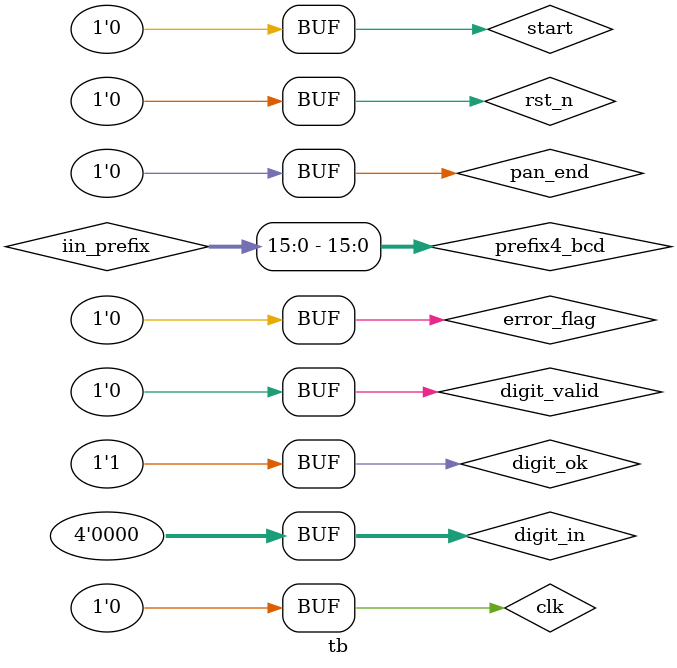
<source format=v>
`timescale 1ns/1ps
`default_nettype none

module tb;

  reg clk = 0;
  reg rst_n = 0;

  reg start = 0;
  reg pan_end = 0;
  reg digit_valid = 0;
  reg [3:0] digit_in = 0;

  wire [4:0]  len_final;
  wire        length_ok;
  wire        digit_ok;
  wire        error_flag;

  wire [31:0] iin_prefix;
  wire        card_done;
  wire [75:0] pan_bcd;
  wire        pan_ready;

  reg  [95:0] nonce_in;
  reg         nonce_valid;

  wire [63:0] token64;
  wire [15:0] token_tag16;
  wire        token_valid;
  wire        token_busy;

  // pan_stream (16-digit capture)
  pan_stream dut (
    .clk(clk),
    .rst_n(rst_n),
    .start(start),
    .pan_end(pan_end),
    .digit_valid(digit_valid),
    .digit_in(digit_in),
    .pan_bcd(pan_bcd),
    .pan_ready(pan_ready),
    .card_done(card_done),
    .len_final(len_final),
    .iin_prefix(iin_prefix)
  );

  // compatibility signals expected by test.py
  assign length_ok  = (len_final == 5'd16);
  assign digit_ok   = 1'b1;
  assign error_flag = 1'b0;

 wire luhn_valid;

luhn_validator luhn_u (
  .pan_ready(pan_ready),
  .pan_bcd(pan_bcd),
  .valid(luhn_valid)
);

  // Metadata (prefix4 from first 4 digits)
  wire [15:0] prefix4_bcd = iin_prefix[15:0];

  wire [2:0] brand_id;
  wire [4:0] issuer_id;
  wire [1:0] type_id;
  wire meta_hit, meta_valid;

  iin_prefix4_classifier meta_u (
    .clk(clk),
    .rst_n(rst_n),
    .start(start),
    .card_done(card_done),
    .luhn_valid(luhn_valid),
    .prefix4_bcd(prefix4_bcd),
    .brand_id(brand_id),
    .issuer_id(issuer_id),
    .type_id(type_id),
    .meta_hit(meta_hit),
    .meta_valid(meta_valid)
  );

  // Tokenizer (ChaCha20 + XOR)
  pan_encryptor tok_u (
    .clk(clk),
    .rst_n(rst_n),
    .start(start),
    .card_done(card_done),
    .pan_ready(pan_ready),
    .luhn_valid(luhn_valid),
    .len_final(len_final),
    .pan_bcd(pan_bcd),
    .nonce_in(nonce_in),
    .nonce_valid(nonce_valid),
    .token64(token64),
    .token_tag16(token_tag16),
    .token_valid(token_valid),
    .token_busy(token_busy)
  );

endmodule

`default_nettype wire
</source>
